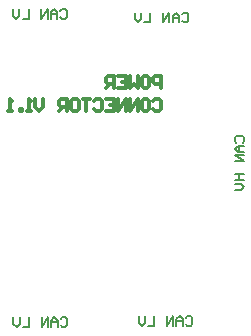
<source format=gbo>
G04*
G04 #@! TF.GenerationSoftware,Altium Limited,Altium Designer,21.6.1 (37)*
G04*
G04 Layer_Color=32896*
%FSLAX44Y44*%
%MOMM*%
G71*
G04*
G04 #@! TF.SameCoordinates,B1B93876-0226-414C-94E0-45D9D66D3651*
G04*
G04*
G04 #@! TF.FilePolarity,Positive*
G04*
G01*
G75*
%ADD33C,0.1800*%
%ADD34C,0.3000*%
D33*
X1519535Y2731868D02*
X1518203Y2733201D01*
Y2735867D01*
X1519535Y2737200D01*
X1524867D01*
X1526200Y2735867D01*
Y2733201D01*
X1524867Y2731868D01*
X1526200Y2729203D02*
X1520868D01*
X1518203Y2726537D01*
X1520868Y2723871D01*
X1526200D01*
X1522201D01*
Y2729203D01*
X1526200Y2721205D02*
X1518203D01*
X1526200Y2715873D01*
X1518203D01*
Y2705210D02*
X1526200D01*
X1522201D01*
Y2699879D01*
X1518203D01*
X1526200D01*
X1518203Y2697213D02*
X1523534D01*
X1526200Y2694547D01*
X1523534Y2691881D01*
X1518203D01*
X1473520Y2840417D02*
X1474853Y2841750D01*
X1477519D01*
X1478852Y2840417D01*
Y2835085D01*
X1477519Y2833753D01*
X1474853D01*
X1473520Y2835085D01*
X1470854Y2833753D02*
Y2839084D01*
X1468188Y2841750D01*
X1465523Y2839084D01*
Y2833753D01*
Y2837751D01*
X1470854D01*
X1462857Y2833753D02*
Y2841750D01*
X1457525Y2833753D01*
Y2841750D01*
X1446862D02*
Y2833753D01*
X1441530D01*
X1438865Y2841750D02*
Y2836418D01*
X1436199Y2833753D01*
X1433533Y2836418D01*
Y2841750D01*
X1370520Y2843417D02*
X1371853Y2844750D01*
X1374519D01*
X1375852Y2843417D01*
Y2838086D01*
X1374519Y2836753D01*
X1371853D01*
X1370520Y2838086D01*
X1367854Y2836753D02*
Y2842084D01*
X1365188Y2844750D01*
X1362523Y2842084D01*
Y2836753D01*
Y2840751D01*
X1367854D01*
X1359857Y2836753D02*
Y2844750D01*
X1354525Y2836753D01*
Y2844750D01*
X1343862D02*
Y2836753D01*
X1338530D01*
X1335865Y2844750D02*
Y2839419D01*
X1333199Y2836753D01*
X1330533Y2839419D01*
Y2844750D01*
X1476868Y2583464D02*
X1478201Y2584797D01*
X1480867D01*
X1482200Y2583464D01*
Y2578133D01*
X1480867Y2576800D01*
X1478201D01*
X1476868Y2578133D01*
X1474203Y2576800D02*
Y2582132D01*
X1471537Y2584797D01*
X1468871Y2582132D01*
Y2576800D01*
Y2580799D01*
X1474203D01*
X1466205Y2576800D02*
Y2584797D01*
X1460874Y2576800D01*
Y2584797D01*
X1450210D02*
Y2576800D01*
X1444879D01*
X1442213Y2584797D02*
Y2579466D01*
X1439547Y2576800D01*
X1436881Y2579466D01*
Y2584797D01*
X1370868Y2582465D02*
X1372201Y2583797D01*
X1374867D01*
X1376200Y2582465D01*
Y2577133D01*
X1374867Y2575800D01*
X1372201D01*
X1370868Y2577133D01*
X1368203Y2575800D02*
Y2581132D01*
X1365537Y2583797D01*
X1362871Y2581132D01*
Y2575800D01*
Y2579799D01*
X1368203D01*
X1360205Y2575800D02*
Y2583797D01*
X1354874Y2575800D01*
Y2583797D01*
X1344210D02*
Y2575800D01*
X1338879D01*
X1336213Y2583797D02*
Y2578466D01*
X1333547Y2575800D01*
X1330881Y2578466D01*
Y2583797D01*
D34*
X1456000Y2778196D02*
Y2788193D01*
X1451002D01*
X1449335Y2786527D01*
Y2783195D01*
X1451002Y2781528D01*
X1456000D01*
X1441005Y2788193D02*
X1444337D01*
X1446003Y2786527D01*
Y2779862D01*
X1444337Y2778196D01*
X1441005D01*
X1439339Y2779862D01*
Y2786527D01*
X1441005Y2788193D01*
X1436006D02*
Y2778196D01*
X1432674Y2781528D01*
X1429342Y2778196D01*
Y2788193D01*
X1419345D02*
X1426010D01*
Y2778196D01*
X1419345D01*
X1426010Y2783195D02*
X1422677D01*
X1416013Y2778196D02*
Y2788193D01*
X1411015D01*
X1409348Y2786527D01*
Y2783195D01*
X1411015Y2781528D01*
X1416013D01*
X1412681D02*
X1409348Y2778196D01*
X1449335Y2767331D02*
X1451002Y2768997D01*
X1454334D01*
X1456000Y2767331D01*
Y2760666D01*
X1454334Y2759000D01*
X1451002D01*
X1449335Y2760666D01*
X1441005Y2768997D02*
X1444337D01*
X1446003Y2767331D01*
Y2760666D01*
X1444337Y2759000D01*
X1441005D01*
X1439339Y2760666D01*
Y2767331D01*
X1441005Y2768997D01*
X1436006Y2759000D02*
Y2768997D01*
X1429342Y2759000D01*
Y2768997D01*
X1426010Y2759000D02*
Y2768997D01*
X1419345Y2759000D01*
Y2768997D01*
X1409348D02*
X1416013D01*
Y2759000D01*
X1409348D01*
X1416013Y2763998D02*
X1412681D01*
X1399352Y2767331D02*
X1401018Y2768997D01*
X1404350D01*
X1406016Y2767331D01*
Y2760666D01*
X1404350Y2759000D01*
X1401018D01*
X1399352Y2760666D01*
X1396019Y2768997D02*
X1389355D01*
X1392687D01*
Y2759000D01*
X1381024Y2768997D02*
X1384356D01*
X1386023Y2767331D01*
Y2760666D01*
X1384356Y2759000D01*
X1381024D01*
X1379358Y2760666D01*
Y2767331D01*
X1381024Y2768997D01*
X1376026Y2759000D02*
Y2768997D01*
X1371027D01*
X1369361Y2767331D01*
Y2763998D01*
X1371027Y2762332D01*
X1376026D01*
X1372693D02*
X1369361Y2759000D01*
X1356032Y2768997D02*
Y2762332D01*
X1352700Y2759000D01*
X1349368Y2762332D01*
Y2768997D01*
X1346035Y2759000D02*
X1342703D01*
X1344369D01*
Y2768997D01*
X1346035Y2767331D01*
X1337705Y2759000D02*
Y2760666D01*
X1336039D01*
Y2759000D01*
X1337705D01*
X1329374D02*
X1326042D01*
X1327708D01*
Y2768997D01*
X1329374Y2767331D01*
M02*

</source>
